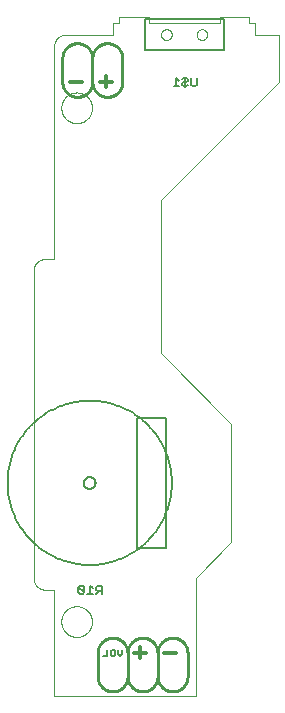
<source format=gbo>
G75*
%MOIN*%
%OFA0B0*%
%FSLAX25Y25*%
%IPPOS*%
%LPD*%
%AMOC8*
5,1,8,0,0,1.08239X$1,22.5*
%
%ADD10C,0.00000*%
%ADD11C,0.00039*%
%ADD12C,0.01000*%
%ADD13C,0.01400*%
%ADD14C,0.00600*%
%ADD15C,0.00800*%
%ADD16C,0.00500*%
D10*
X0021709Y0041556D02*
X0021709Y0143918D01*
X0021711Y0144042D01*
X0021717Y0144165D01*
X0021726Y0144289D01*
X0021740Y0144411D01*
X0021757Y0144534D01*
X0021779Y0144656D01*
X0021804Y0144777D01*
X0021833Y0144897D01*
X0021865Y0145016D01*
X0021902Y0145135D01*
X0021942Y0145252D01*
X0021985Y0145367D01*
X0022033Y0145482D01*
X0022084Y0145594D01*
X0022138Y0145705D01*
X0022196Y0145815D01*
X0022257Y0145922D01*
X0022322Y0146028D01*
X0022390Y0146131D01*
X0022461Y0146232D01*
X0022535Y0146331D01*
X0022612Y0146428D01*
X0022693Y0146522D01*
X0022776Y0146613D01*
X0022862Y0146702D01*
X0022951Y0146788D01*
X0023042Y0146871D01*
X0023136Y0146952D01*
X0023233Y0147029D01*
X0023332Y0147103D01*
X0023433Y0147174D01*
X0023536Y0147242D01*
X0023642Y0147307D01*
X0023749Y0147368D01*
X0023859Y0147426D01*
X0023970Y0147480D01*
X0024082Y0147531D01*
X0024197Y0147579D01*
X0024312Y0147622D01*
X0024429Y0147662D01*
X0024548Y0147699D01*
X0024667Y0147731D01*
X0024787Y0147760D01*
X0024908Y0147785D01*
X0025030Y0147807D01*
X0025153Y0147824D01*
X0025275Y0147838D01*
X0025399Y0147847D01*
X0025522Y0147853D01*
X0025646Y0147855D01*
X0028599Y0147855D01*
X0028599Y0218721D01*
X0028601Y0218845D01*
X0028607Y0218968D01*
X0028616Y0219092D01*
X0028630Y0219214D01*
X0028647Y0219337D01*
X0028669Y0219459D01*
X0028694Y0219580D01*
X0028723Y0219700D01*
X0028755Y0219819D01*
X0028792Y0219938D01*
X0028832Y0220055D01*
X0028875Y0220170D01*
X0028923Y0220285D01*
X0028974Y0220397D01*
X0029028Y0220508D01*
X0029086Y0220618D01*
X0029147Y0220725D01*
X0029212Y0220831D01*
X0029280Y0220934D01*
X0029351Y0221035D01*
X0029425Y0221134D01*
X0029502Y0221231D01*
X0029583Y0221325D01*
X0029666Y0221416D01*
X0029752Y0221505D01*
X0029841Y0221591D01*
X0029932Y0221674D01*
X0030026Y0221755D01*
X0030123Y0221832D01*
X0030222Y0221906D01*
X0030323Y0221977D01*
X0030426Y0222045D01*
X0030532Y0222110D01*
X0030639Y0222171D01*
X0030749Y0222229D01*
X0030860Y0222283D01*
X0030972Y0222334D01*
X0031087Y0222382D01*
X0031202Y0222425D01*
X0031319Y0222465D01*
X0031438Y0222502D01*
X0031557Y0222534D01*
X0031677Y0222563D01*
X0031798Y0222588D01*
X0031920Y0222610D01*
X0032043Y0222627D01*
X0032165Y0222641D01*
X0032289Y0222650D01*
X0032412Y0222656D01*
X0032536Y0222658D01*
X0048284Y0222658D01*
X0048284Y0226595D01*
X0050253Y0226595D01*
X0050253Y0228564D01*
X0060095Y0228564D01*
X0060095Y0226595D01*
X0083717Y0226595D01*
X0083717Y0228564D01*
X0093560Y0228564D01*
X0093560Y0226595D01*
X0095528Y0226595D01*
X0095528Y0222658D01*
X0103402Y0222658D01*
X0103402Y0206910D01*
X0064032Y0167540D01*
X0064032Y0116359D01*
X0087654Y0092737D01*
X0087654Y0053367D01*
X0075843Y0041556D01*
X0075843Y0002186D01*
X0028599Y0002186D01*
X0028599Y0037619D01*
X0025646Y0037619D01*
X0025522Y0037621D01*
X0025399Y0037627D01*
X0025275Y0037636D01*
X0025153Y0037650D01*
X0025030Y0037667D01*
X0024908Y0037689D01*
X0024787Y0037714D01*
X0024667Y0037743D01*
X0024548Y0037775D01*
X0024429Y0037812D01*
X0024312Y0037852D01*
X0024197Y0037895D01*
X0024082Y0037943D01*
X0023970Y0037994D01*
X0023859Y0038048D01*
X0023749Y0038106D01*
X0023642Y0038167D01*
X0023536Y0038232D01*
X0023433Y0038300D01*
X0023332Y0038371D01*
X0023233Y0038445D01*
X0023136Y0038522D01*
X0023042Y0038603D01*
X0022951Y0038686D01*
X0022862Y0038772D01*
X0022776Y0038861D01*
X0022693Y0038952D01*
X0022612Y0039046D01*
X0022535Y0039143D01*
X0022461Y0039242D01*
X0022390Y0039343D01*
X0022322Y0039446D01*
X0022257Y0039552D01*
X0022196Y0039659D01*
X0022138Y0039769D01*
X0022084Y0039880D01*
X0022033Y0039992D01*
X0021985Y0040107D01*
X0021942Y0040222D01*
X0021902Y0040339D01*
X0021865Y0040458D01*
X0021833Y0040577D01*
X0021804Y0040697D01*
X0021779Y0040818D01*
X0021757Y0040940D01*
X0021740Y0041063D01*
X0021726Y0041185D01*
X0021717Y0041309D01*
X0021711Y0041432D01*
X0021709Y0041556D01*
X0064229Y0222658D02*
X0064231Y0222742D01*
X0064237Y0222825D01*
X0064247Y0222908D01*
X0064261Y0222991D01*
X0064278Y0223073D01*
X0064300Y0223154D01*
X0064325Y0223233D01*
X0064354Y0223312D01*
X0064387Y0223389D01*
X0064423Y0223464D01*
X0064463Y0223538D01*
X0064506Y0223610D01*
X0064553Y0223679D01*
X0064603Y0223746D01*
X0064656Y0223811D01*
X0064712Y0223873D01*
X0064770Y0223933D01*
X0064832Y0223990D01*
X0064896Y0224043D01*
X0064963Y0224094D01*
X0065032Y0224141D01*
X0065103Y0224186D01*
X0065176Y0224226D01*
X0065251Y0224263D01*
X0065328Y0224297D01*
X0065406Y0224327D01*
X0065485Y0224353D01*
X0065566Y0224376D01*
X0065648Y0224394D01*
X0065730Y0224409D01*
X0065813Y0224420D01*
X0065896Y0224427D01*
X0065980Y0224430D01*
X0066064Y0224429D01*
X0066147Y0224424D01*
X0066231Y0224415D01*
X0066313Y0224402D01*
X0066395Y0224386D01*
X0066476Y0224365D01*
X0066557Y0224341D01*
X0066635Y0224313D01*
X0066713Y0224281D01*
X0066789Y0224245D01*
X0066863Y0224206D01*
X0066935Y0224164D01*
X0067005Y0224118D01*
X0067073Y0224069D01*
X0067138Y0224017D01*
X0067201Y0223962D01*
X0067261Y0223904D01*
X0067319Y0223843D01*
X0067373Y0223779D01*
X0067425Y0223713D01*
X0067473Y0223645D01*
X0067518Y0223574D01*
X0067559Y0223501D01*
X0067598Y0223427D01*
X0067632Y0223351D01*
X0067663Y0223273D01*
X0067690Y0223194D01*
X0067714Y0223113D01*
X0067733Y0223032D01*
X0067749Y0222950D01*
X0067761Y0222867D01*
X0067769Y0222783D01*
X0067773Y0222700D01*
X0067773Y0222616D01*
X0067769Y0222533D01*
X0067761Y0222449D01*
X0067749Y0222366D01*
X0067733Y0222284D01*
X0067714Y0222203D01*
X0067690Y0222122D01*
X0067663Y0222043D01*
X0067632Y0221965D01*
X0067598Y0221889D01*
X0067559Y0221815D01*
X0067518Y0221742D01*
X0067473Y0221671D01*
X0067425Y0221603D01*
X0067373Y0221537D01*
X0067319Y0221473D01*
X0067261Y0221412D01*
X0067201Y0221354D01*
X0067138Y0221299D01*
X0067073Y0221247D01*
X0067005Y0221198D01*
X0066935Y0221152D01*
X0066863Y0221110D01*
X0066789Y0221071D01*
X0066713Y0221035D01*
X0066635Y0221003D01*
X0066557Y0220975D01*
X0066476Y0220951D01*
X0066395Y0220930D01*
X0066313Y0220914D01*
X0066231Y0220901D01*
X0066147Y0220892D01*
X0066064Y0220887D01*
X0065980Y0220886D01*
X0065896Y0220889D01*
X0065813Y0220896D01*
X0065730Y0220907D01*
X0065648Y0220922D01*
X0065566Y0220940D01*
X0065485Y0220963D01*
X0065406Y0220989D01*
X0065328Y0221019D01*
X0065251Y0221053D01*
X0065176Y0221090D01*
X0065103Y0221130D01*
X0065032Y0221175D01*
X0064963Y0221222D01*
X0064896Y0221273D01*
X0064832Y0221326D01*
X0064770Y0221383D01*
X0064712Y0221443D01*
X0064656Y0221505D01*
X0064603Y0221570D01*
X0064553Y0221637D01*
X0064506Y0221706D01*
X0064463Y0221778D01*
X0064423Y0221852D01*
X0064387Y0221927D01*
X0064354Y0222004D01*
X0064325Y0222083D01*
X0064300Y0222162D01*
X0064278Y0222243D01*
X0064261Y0222325D01*
X0064247Y0222408D01*
X0064237Y0222491D01*
X0064231Y0222574D01*
X0064229Y0222658D01*
X0076040Y0222658D02*
X0076042Y0222742D01*
X0076048Y0222825D01*
X0076058Y0222908D01*
X0076072Y0222991D01*
X0076089Y0223073D01*
X0076111Y0223154D01*
X0076136Y0223233D01*
X0076165Y0223312D01*
X0076198Y0223389D01*
X0076234Y0223464D01*
X0076274Y0223538D01*
X0076317Y0223610D01*
X0076364Y0223679D01*
X0076414Y0223746D01*
X0076467Y0223811D01*
X0076523Y0223873D01*
X0076581Y0223933D01*
X0076643Y0223990D01*
X0076707Y0224043D01*
X0076774Y0224094D01*
X0076843Y0224141D01*
X0076914Y0224186D01*
X0076987Y0224226D01*
X0077062Y0224263D01*
X0077139Y0224297D01*
X0077217Y0224327D01*
X0077296Y0224353D01*
X0077377Y0224376D01*
X0077459Y0224394D01*
X0077541Y0224409D01*
X0077624Y0224420D01*
X0077707Y0224427D01*
X0077791Y0224430D01*
X0077875Y0224429D01*
X0077958Y0224424D01*
X0078042Y0224415D01*
X0078124Y0224402D01*
X0078206Y0224386D01*
X0078287Y0224365D01*
X0078368Y0224341D01*
X0078446Y0224313D01*
X0078524Y0224281D01*
X0078600Y0224245D01*
X0078674Y0224206D01*
X0078746Y0224164D01*
X0078816Y0224118D01*
X0078884Y0224069D01*
X0078949Y0224017D01*
X0079012Y0223962D01*
X0079072Y0223904D01*
X0079130Y0223843D01*
X0079184Y0223779D01*
X0079236Y0223713D01*
X0079284Y0223645D01*
X0079329Y0223574D01*
X0079370Y0223501D01*
X0079409Y0223427D01*
X0079443Y0223351D01*
X0079474Y0223273D01*
X0079501Y0223194D01*
X0079525Y0223113D01*
X0079544Y0223032D01*
X0079560Y0222950D01*
X0079572Y0222867D01*
X0079580Y0222783D01*
X0079584Y0222700D01*
X0079584Y0222616D01*
X0079580Y0222533D01*
X0079572Y0222449D01*
X0079560Y0222366D01*
X0079544Y0222284D01*
X0079525Y0222203D01*
X0079501Y0222122D01*
X0079474Y0222043D01*
X0079443Y0221965D01*
X0079409Y0221889D01*
X0079370Y0221815D01*
X0079329Y0221742D01*
X0079284Y0221671D01*
X0079236Y0221603D01*
X0079184Y0221537D01*
X0079130Y0221473D01*
X0079072Y0221412D01*
X0079012Y0221354D01*
X0078949Y0221299D01*
X0078884Y0221247D01*
X0078816Y0221198D01*
X0078746Y0221152D01*
X0078674Y0221110D01*
X0078600Y0221071D01*
X0078524Y0221035D01*
X0078446Y0221003D01*
X0078368Y0220975D01*
X0078287Y0220951D01*
X0078206Y0220930D01*
X0078124Y0220914D01*
X0078042Y0220901D01*
X0077958Y0220892D01*
X0077875Y0220887D01*
X0077791Y0220886D01*
X0077707Y0220889D01*
X0077624Y0220896D01*
X0077541Y0220907D01*
X0077459Y0220922D01*
X0077377Y0220940D01*
X0077296Y0220963D01*
X0077217Y0220989D01*
X0077139Y0221019D01*
X0077062Y0221053D01*
X0076987Y0221090D01*
X0076914Y0221130D01*
X0076843Y0221175D01*
X0076774Y0221222D01*
X0076707Y0221273D01*
X0076643Y0221326D01*
X0076581Y0221383D01*
X0076523Y0221443D01*
X0076467Y0221505D01*
X0076414Y0221570D01*
X0076364Y0221637D01*
X0076317Y0221706D01*
X0076274Y0221778D01*
X0076234Y0221852D01*
X0076198Y0221927D01*
X0076165Y0222004D01*
X0076136Y0222083D01*
X0076111Y0222162D01*
X0076089Y0222243D01*
X0076072Y0222325D01*
X0076058Y0222408D01*
X0076048Y0222491D01*
X0076042Y0222574D01*
X0076040Y0222658D01*
D11*
X0030961Y0198249D02*
X0030963Y0198392D01*
X0030969Y0198535D01*
X0030979Y0198677D01*
X0030993Y0198819D01*
X0031011Y0198961D01*
X0031033Y0199103D01*
X0031058Y0199243D01*
X0031088Y0199383D01*
X0031122Y0199522D01*
X0031159Y0199660D01*
X0031201Y0199797D01*
X0031246Y0199932D01*
X0031295Y0200066D01*
X0031347Y0200199D01*
X0031403Y0200331D01*
X0031463Y0200460D01*
X0031527Y0200588D01*
X0031594Y0200715D01*
X0031665Y0200839D01*
X0031739Y0200961D01*
X0031816Y0201081D01*
X0031897Y0201199D01*
X0031981Y0201315D01*
X0032068Y0201428D01*
X0032158Y0201539D01*
X0032252Y0201647D01*
X0032348Y0201753D01*
X0032447Y0201855D01*
X0032550Y0201955D01*
X0032654Y0202052D01*
X0032762Y0202147D01*
X0032872Y0202238D01*
X0032985Y0202326D01*
X0033100Y0202410D01*
X0033217Y0202492D01*
X0033337Y0202570D01*
X0033458Y0202645D01*
X0033582Y0202717D01*
X0033708Y0202785D01*
X0033835Y0202849D01*
X0033965Y0202910D01*
X0034096Y0202967D01*
X0034228Y0203021D01*
X0034362Y0203070D01*
X0034497Y0203117D01*
X0034634Y0203159D01*
X0034772Y0203197D01*
X0034910Y0203232D01*
X0035050Y0203262D01*
X0035190Y0203289D01*
X0035331Y0203312D01*
X0035473Y0203331D01*
X0035615Y0203346D01*
X0035758Y0203357D01*
X0035900Y0203364D01*
X0036043Y0203367D01*
X0036186Y0203366D01*
X0036329Y0203361D01*
X0036472Y0203352D01*
X0036614Y0203339D01*
X0036756Y0203322D01*
X0036897Y0203301D01*
X0037038Y0203276D01*
X0037178Y0203248D01*
X0037317Y0203215D01*
X0037455Y0203178D01*
X0037592Y0203138D01*
X0037728Y0203094D01*
X0037863Y0203046D01*
X0037996Y0202994D01*
X0038128Y0202939D01*
X0038258Y0202880D01*
X0038387Y0202817D01*
X0038513Y0202751D01*
X0038638Y0202681D01*
X0038761Y0202608D01*
X0038881Y0202532D01*
X0039000Y0202452D01*
X0039116Y0202368D01*
X0039230Y0202282D01*
X0039341Y0202192D01*
X0039450Y0202100D01*
X0039556Y0202004D01*
X0039660Y0201906D01*
X0039761Y0201804D01*
X0039858Y0201700D01*
X0039953Y0201593D01*
X0040045Y0201484D01*
X0040134Y0201372D01*
X0040220Y0201257D01*
X0040302Y0201141D01*
X0040381Y0201021D01*
X0040457Y0200900D01*
X0040529Y0200777D01*
X0040598Y0200652D01*
X0040663Y0200525D01*
X0040725Y0200396D01*
X0040783Y0200265D01*
X0040838Y0200133D01*
X0040888Y0199999D01*
X0040935Y0199864D01*
X0040979Y0199728D01*
X0041018Y0199591D01*
X0041053Y0199452D01*
X0041085Y0199313D01*
X0041113Y0199173D01*
X0041137Y0199032D01*
X0041157Y0198890D01*
X0041173Y0198748D01*
X0041185Y0198606D01*
X0041193Y0198463D01*
X0041197Y0198320D01*
X0041197Y0198178D01*
X0041193Y0198035D01*
X0041185Y0197892D01*
X0041173Y0197750D01*
X0041157Y0197608D01*
X0041137Y0197466D01*
X0041113Y0197325D01*
X0041085Y0197185D01*
X0041053Y0197046D01*
X0041018Y0196907D01*
X0040979Y0196770D01*
X0040935Y0196634D01*
X0040888Y0196499D01*
X0040838Y0196365D01*
X0040783Y0196233D01*
X0040725Y0196102D01*
X0040663Y0195973D01*
X0040598Y0195846D01*
X0040529Y0195721D01*
X0040457Y0195598D01*
X0040381Y0195477D01*
X0040302Y0195357D01*
X0040220Y0195241D01*
X0040134Y0195126D01*
X0040045Y0195014D01*
X0039953Y0194905D01*
X0039858Y0194798D01*
X0039761Y0194694D01*
X0039660Y0194592D01*
X0039556Y0194494D01*
X0039450Y0194398D01*
X0039341Y0194306D01*
X0039230Y0194216D01*
X0039116Y0194130D01*
X0039000Y0194046D01*
X0038881Y0193966D01*
X0038761Y0193890D01*
X0038638Y0193817D01*
X0038513Y0193747D01*
X0038387Y0193681D01*
X0038258Y0193618D01*
X0038128Y0193559D01*
X0037996Y0193504D01*
X0037863Y0193452D01*
X0037728Y0193404D01*
X0037592Y0193360D01*
X0037455Y0193320D01*
X0037317Y0193283D01*
X0037178Y0193250D01*
X0037038Y0193222D01*
X0036897Y0193197D01*
X0036756Y0193176D01*
X0036614Y0193159D01*
X0036472Y0193146D01*
X0036329Y0193137D01*
X0036186Y0193132D01*
X0036043Y0193131D01*
X0035900Y0193134D01*
X0035758Y0193141D01*
X0035615Y0193152D01*
X0035473Y0193167D01*
X0035331Y0193186D01*
X0035190Y0193209D01*
X0035050Y0193236D01*
X0034910Y0193266D01*
X0034772Y0193301D01*
X0034634Y0193339D01*
X0034497Y0193381D01*
X0034362Y0193428D01*
X0034228Y0193477D01*
X0034096Y0193531D01*
X0033965Y0193588D01*
X0033835Y0193649D01*
X0033708Y0193713D01*
X0033582Y0193781D01*
X0033458Y0193853D01*
X0033337Y0193928D01*
X0033217Y0194006D01*
X0033100Y0194088D01*
X0032985Y0194172D01*
X0032872Y0194260D01*
X0032762Y0194351D01*
X0032654Y0194446D01*
X0032550Y0194543D01*
X0032447Y0194643D01*
X0032348Y0194745D01*
X0032252Y0194851D01*
X0032158Y0194959D01*
X0032068Y0195070D01*
X0031981Y0195183D01*
X0031897Y0195299D01*
X0031816Y0195417D01*
X0031739Y0195537D01*
X0031665Y0195659D01*
X0031594Y0195783D01*
X0031527Y0195910D01*
X0031463Y0196038D01*
X0031403Y0196167D01*
X0031347Y0196299D01*
X0031295Y0196432D01*
X0031246Y0196566D01*
X0031201Y0196701D01*
X0031159Y0196838D01*
X0031122Y0196976D01*
X0031088Y0197115D01*
X0031058Y0197255D01*
X0031033Y0197395D01*
X0031011Y0197537D01*
X0030993Y0197679D01*
X0030979Y0197821D01*
X0030969Y0197963D01*
X0030963Y0198106D01*
X0030961Y0198249D01*
X0030961Y0026989D02*
X0030963Y0027132D01*
X0030969Y0027275D01*
X0030979Y0027417D01*
X0030993Y0027559D01*
X0031011Y0027701D01*
X0031033Y0027843D01*
X0031058Y0027983D01*
X0031088Y0028123D01*
X0031122Y0028262D01*
X0031159Y0028400D01*
X0031201Y0028537D01*
X0031246Y0028672D01*
X0031295Y0028806D01*
X0031347Y0028939D01*
X0031403Y0029071D01*
X0031463Y0029200D01*
X0031527Y0029328D01*
X0031594Y0029455D01*
X0031665Y0029579D01*
X0031739Y0029701D01*
X0031816Y0029821D01*
X0031897Y0029939D01*
X0031981Y0030055D01*
X0032068Y0030168D01*
X0032158Y0030279D01*
X0032252Y0030387D01*
X0032348Y0030493D01*
X0032447Y0030595D01*
X0032550Y0030695D01*
X0032654Y0030792D01*
X0032762Y0030887D01*
X0032872Y0030978D01*
X0032985Y0031066D01*
X0033100Y0031150D01*
X0033217Y0031232D01*
X0033337Y0031310D01*
X0033458Y0031385D01*
X0033582Y0031457D01*
X0033708Y0031525D01*
X0033835Y0031589D01*
X0033965Y0031650D01*
X0034096Y0031707D01*
X0034228Y0031761D01*
X0034362Y0031810D01*
X0034497Y0031857D01*
X0034634Y0031899D01*
X0034772Y0031937D01*
X0034910Y0031972D01*
X0035050Y0032002D01*
X0035190Y0032029D01*
X0035331Y0032052D01*
X0035473Y0032071D01*
X0035615Y0032086D01*
X0035758Y0032097D01*
X0035900Y0032104D01*
X0036043Y0032107D01*
X0036186Y0032106D01*
X0036329Y0032101D01*
X0036472Y0032092D01*
X0036614Y0032079D01*
X0036756Y0032062D01*
X0036897Y0032041D01*
X0037038Y0032016D01*
X0037178Y0031988D01*
X0037317Y0031955D01*
X0037455Y0031918D01*
X0037592Y0031878D01*
X0037728Y0031834D01*
X0037863Y0031786D01*
X0037996Y0031734D01*
X0038128Y0031679D01*
X0038258Y0031620D01*
X0038387Y0031557D01*
X0038513Y0031491D01*
X0038638Y0031421D01*
X0038761Y0031348D01*
X0038881Y0031272D01*
X0039000Y0031192D01*
X0039116Y0031108D01*
X0039230Y0031022D01*
X0039341Y0030932D01*
X0039450Y0030840D01*
X0039556Y0030744D01*
X0039660Y0030646D01*
X0039761Y0030544D01*
X0039858Y0030440D01*
X0039953Y0030333D01*
X0040045Y0030224D01*
X0040134Y0030112D01*
X0040220Y0029997D01*
X0040302Y0029881D01*
X0040381Y0029761D01*
X0040457Y0029640D01*
X0040529Y0029517D01*
X0040598Y0029392D01*
X0040663Y0029265D01*
X0040725Y0029136D01*
X0040783Y0029005D01*
X0040838Y0028873D01*
X0040888Y0028739D01*
X0040935Y0028604D01*
X0040979Y0028468D01*
X0041018Y0028331D01*
X0041053Y0028192D01*
X0041085Y0028053D01*
X0041113Y0027913D01*
X0041137Y0027772D01*
X0041157Y0027630D01*
X0041173Y0027488D01*
X0041185Y0027346D01*
X0041193Y0027203D01*
X0041197Y0027060D01*
X0041197Y0026918D01*
X0041193Y0026775D01*
X0041185Y0026632D01*
X0041173Y0026490D01*
X0041157Y0026348D01*
X0041137Y0026206D01*
X0041113Y0026065D01*
X0041085Y0025925D01*
X0041053Y0025786D01*
X0041018Y0025647D01*
X0040979Y0025510D01*
X0040935Y0025374D01*
X0040888Y0025239D01*
X0040838Y0025105D01*
X0040783Y0024973D01*
X0040725Y0024842D01*
X0040663Y0024713D01*
X0040598Y0024586D01*
X0040529Y0024461D01*
X0040457Y0024338D01*
X0040381Y0024217D01*
X0040302Y0024097D01*
X0040220Y0023981D01*
X0040134Y0023866D01*
X0040045Y0023754D01*
X0039953Y0023645D01*
X0039858Y0023538D01*
X0039761Y0023434D01*
X0039660Y0023332D01*
X0039556Y0023234D01*
X0039450Y0023138D01*
X0039341Y0023046D01*
X0039230Y0022956D01*
X0039116Y0022870D01*
X0039000Y0022786D01*
X0038881Y0022706D01*
X0038761Y0022630D01*
X0038638Y0022557D01*
X0038513Y0022487D01*
X0038387Y0022421D01*
X0038258Y0022358D01*
X0038128Y0022299D01*
X0037996Y0022244D01*
X0037863Y0022192D01*
X0037728Y0022144D01*
X0037592Y0022100D01*
X0037455Y0022060D01*
X0037317Y0022023D01*
X0037178Y0021990D01*
X0037038Y0021962D01*
X0036897Y0021937D01*
X0036756Y0021916D01*
X0036614Y0021899D01*
X0036472Y0021886D01*
X0036329Y0021877D01*
X0036186Y0021872D01*
X0036043Y0021871D01*
X0035900Y0021874D01*
X0035758Y0021881D01*
X0035615Y0021892D01*
X0035473Y0021907D01*
X0035331Y0021926D01*
X0035190Y0021949D01*
X0035050Y0021976D01*
X0034910Y0022006D01*
X0034772Y0022041D01*
X0034634Y0022079D01*
X0034497Y0022121D01*
X0034362Y0022168D01*
X0034228Y0022217D01*
X0034096Y0022271D01*
X0033965Y0022328D01*
X0033835Y0022389D01*
X0033708Y0022453D01*
X0033582Y0022521D01*
X0033458Y0022593D01*
X0033337Y0022668D01*
X0033217Y0022746D01*
X0033100Y0022828D01*
X0032985Y0022912D01*
X0032872Y0023000D01*
X0032762Y0023091D01*
X0032654Y0023186D01*
X0032550Y0023283D01*
X0032447Y0023383D01*
X0032348Y0023485D01*
X0032252Y0023591D01*
X0032158Y0023699D01*
X0032068Y0023810D01*
X0031981Y0023923D01*
X0031897Y0024039D01*
X0031816Y0024157D01*
X0031739Y0024277D01*
X0031665Y0024399D01*
X0031594Y0024523D01*
X0031527Y0024650D01*
X0031463Y0024778D01*
X0031403Y0024907D01*
X0031347Y0025039D01*
X0031295Y0025172D01*
X0031246Y0025306D01*
X0031201Y0025441D01*
X0031159Y0025578D01*
X0031122Y0025716D01*
X0031088Y0025855D01*
X0031058Y0025995D01*
X0031033Y0026135D01*
X0031011Y0026277D01*
X0030993Y0026419D01*
X0030979Y0026561D01*
X0030969Y0026703D01*
X0030963Y0026846D01*
X0030961Y0026989D01*
D12*
X0043048Y0016595D02*
X0043048Y0008721D01*
X0043050Y0008581D01*
X0043056Y0008441D01*
X0043066Y0008301D01*
X0043079Y0008161D01*
X0043097Y0008022D01*
X0043119Y0007883D01*
X0043144Y0007746D01*
X0043173Y0007608D01*
X0043206Y0007472D01*
X0043243Y0007337D01*
X0043284Y0007203D01*
X0043329Y0007070D01*
X0043377Y0006938D01*
X0043429Y0006808D01*
X0043484Y0006679D01*
X0043543Y0006552D01*
X0043606Y0006426D01*
X0043672Y0006302D01*
X0043741Y0006181D01*
X0043814Y0006061D01*
X0043891Y0005943D01*
X0043970Y0005828D01*
X0044053Y0005714D01*
X0044139Y0005604D01*
X0044228Y0005495D01*
X0044320Y0005389D01*
X0044415Y0005286D01*
X0044512Y0005185D01*
X0044613Y0005088D01*
X0044716Y0004993D01*
X0044822Y0004901D01*
X0044931Y0004812D01*
X0045041Y0004726D01*
X0045155Y0004643D01*
X0045270Y0004564D01*
X0045388Y0004487D01*
X0045508Y0004414D01*
X0045629Y0004345D01*
X0045753Y0004279D01*
X0045879Y0004216D01*
X0046006Y0004157D01*
X0046135Y0004102D01*
X0046265Y0004050D01*
X0046397Y0004002D01*
X0046530Y0003957D01*
X0046664Y0003916D01*
X0046799Y0003879D01*
X0046935Y0003846D01*
X0047073Y0003817D01*
X0047210Y0003792D01*
X0047349Y0003770D01*
X0047488Y0003752D01*
X0047628Y0003739D01*
X0047768Y0003729D01*
X0047908Y0003723D01*
X0048048Y0003721D01*
X0048188Y0003723D01*
X0048328Y0003729D01*
X0048468Y0003739D01*
X0048608Y0003752D01*
X0048747Y0003770D01*
X0048886Y0003792D01*
X0049023Y0003817D01*
X0049161Y0003846D01*
X0049297Y0003879D01*
X0049432Y0003916D01*
X0049566Y0003957D01*
X0049699Y0004002D01*
X0049831Y0004050D01*
X0049961Y0004102D01*
X0050090Y0004157D01*
X0050217Y0004216D01*
X0050343Y0004279D01*
X0050467Y0004345D01*
X0050588Y0004414D01*
X0050708Y0004487D01*
X0050826Y0004564D01*
X0050941Y0004643D01*
X0051055Y0004726D01*
X0051165Y0004812D01*
X0051274Y0004901D01*
X0051380Y0004993D01*
X0051483Y0005088D01*
X0051584Y0005185D01*
X0051681Y0005286D01*
X0051776Y0005389D01*
X0051868Y0005495D01*
X0051957Y0005604D01*
X0052043Y0005714D01*
X0052126Y0005828D01*
X0052205Y0005943D01*
X0052282Y0006061D01*
X0052355Y0006181D01*
X0052424Y0006302D01*
X0052490Y0006426D01*
X0052553Y0006552D01*
X0052612Y0006679D01*
X0052667Y0006808D01*
X0052719Y0006938D01*
X0052767Y0007070D01*
X0052812Y0007203D01*
X0052853Y0007337D01*
X0052890Y0007472D01*
X0052923Y0007608D01*
X0052952Y0007746D01*
X0052977Y0007883D01*
X0052999Y0008022D01*
X0053017Y0008161D01*
X0053030Y0008301D01*
X0053040Y0008441D01*
X0053046Y0008581D01*
X0053048Y0008721D01*
X0053048Y0016595D01*
X0053050Y0016735D01*
X0053056Y0016875D01*
X0053066Y0017015D01*
X0053079Y0017155D01*
X0053097Y0017294D01*
X0053119Y0017433D01*
X0053144Y0017570D01*
X0053173Y0017708D01*
X0053206Y0017844D01*
X0053243Y0017979D01*
X0053284Y0018113D01*
X0053329Y0018246D01*
X0053377Y0018378D01*
X0053429Y0018508D01*
X0053484Y0018637D01*
X0053543Y0018764D01*
X0053606Y0018890D01*
X0053672Y0019014D01*
X0053741Y0019135D01*
X0053814Y0019255D01*
X0053891Y0019373D01*
X0053970Y0019488D01*
X0054053Y0019602D01*
X0054139Y0019712D01*
X0054228Y0019821D01*
X0054320Y0019927D01*
X0054415Y0020030D01*
X0054512Y0020131D01*
X0054613Y0020228D01*
X0054716Y0020323D01*
X0054822Y0020415D01*
X0054931Y0020504D01*
X0055041Y0020590D01*
X0055155Y0020673D01*
X0055270Y0020752D01*
X0055388Y0020829D01*
X0055508Y0020902D01*
X0055629Y0020971D01*
X0055753Y0021037D01*
X0055879Y0021100D01*
X0056006Y0021159D01*
X0056135Y0021214D01*
X0056265Y0021266D01*
X0056397Y0021314D01*
X0056530Y0021359D01*
X0056664Y0021400D01*
X0056799Y0021437D01*
X0056935Y0021470D01*
X0057073Y0021499D01*
X0057210Y0021524D01*
X0057349Y0021546D01*
X0057488Y0021564D01*
X0057628Y0021577D01*
X0057768Y0021587D01*
X0057908Y0021593D01*
X0058048Y0021595D01*
X0058188Y0021593D01*
X0058328Y0021587D01*
X0058468Y0021577D01*
X0058608Y0021564D01*
X0058747Y0021546D01*
X0058886Y0021524D01*
X0059023Y0021499D01*
X0059161Y0021470D01*
X0059297Y0021437D01*
X0059432Y0021400D01*
X0059566Y0021359D01*
X0059699Y0021314D01*
X0059831Y0021266D01*
X0059961Y0021214D01*
X0060090Y0021159D01*
X0060217Y0021100D01*
X0060343Y0021037D01*
X0060467Y0020971D01*
X0060588Y0020902D01*
X0060708Y0020829D01*
X0060826Y0020752D01*
X0060941Y0020673D01*
X0061055Y0020590D01*
X0061165Y0020504D01*
X0061274Y0020415D01*
X0061380Y0020323D01*
X0061483Y0020228D01*
X0061584Y0020131D01*
X0061681Y0020030D01*
X0061776Y0019927D01*
X0061868Y0019821D01*
X0061957Y0019712D01*
X0062043Y0019602D01*
X0062126Y0019488D01*
X0062205Y0019373D01*
X0062282Y0019255D01*
X0062355Y0019135D01*
X0062424Y0019014D01*
X0062490Y0018890D01*
X0062553Y0018764D01*
X0062612Y0018637D01*
X0062667Y0018508D01*
X0062719Y0018378D01*
X0062767Y0018246D01*
X0062812Y0018113D01*
X0062853Y0017979D01*
X0062890Y0017844D01*
X0062923Y0017708D01*
X0062952Y0017570D01*
X0062977Y0017433D01*
X0062999Y0017294D01*
X0063017Y0017155D01*
X0063030Y0017015D01*
X0063040Y0016875D01*
X0063046Y0016735D01*
X0063048Y0016595D01*
X0063048Y0008721D01*
X0063050Y0008581D01*
X0063056Y0008441D01*
X0063066Y0008301D01*
X0063079Y0008161D01*
X0063097Y0008022D01*
X0063119Y0007883D01*
X0063144Y0007746D01*
X0063173Y0007608D01*
X0063206Y0007472D01*
X0063243Y0007337D01*
X0063284Y0007203D01*
X0063329Y0007070D01*
X0063377Y0006938D01*
X0063429Y0006808D01*
X0063484Y0006679D01*
X0063543Y0006552D01*
X0063606Y0006426D01*
X0063672Y0006302D01*
X0063741Y0006181D01*
X0063814Y0006061D01*
X0063891Y0005943D01*
X0063970Y0005828D01*
X0064053Y0005714D01*
X0064139Y0005604D01*
X0064228Y0005495D01*
X0064320Y0005389D01*
X0064415Y0005286D01*
X0064512Y0005185D01*
X0064613Y0005088D01*
X0064716Y0004993D01*
X0064822Y0004901D01*
X0064931Y0004812D01*
X0065041Y0004726D01*
X0065155Y0004643D01*
X0065270Y0004564D01*
X0065388Y0004487D01*
X0065508Y0004414D01*
X0065629Y0004345D01*
X0065753Y0004279D01*
X0065879Y0004216D01*
X0066006Y0004157D01*
X0066135Y0004102D01*
X0066265Y0004050D01*
X0066397Y0004002D01*
X0066530Y0003957D01*
X0066664Y0003916D01*
X0066799Y0003879D01*
X0066935Y0003846D01*
X0067073Y0003817D01*
X0067210Y0003792D01*
X0067349Y0003770D01*
X0067488Y0003752D01*
X0067628Y0003739D01*
X0067768Y0003729D01*
X0067908Y0003723D01*
X0068048Y0003721D01*
X0068188Y0003723D01*
X0068328Y0003729D01*
X0068468Y0003739D01*
X0068608Y0003752D01*
X0068747Y0003770D01*
X0068886Y0003792D01*
X0069023Y0003817D01*
X0069161Y0003846D01*
X0069297Y0003879D01*
X0069432Y0003916D01*
X0069566Y0003957D01*
X0069699Y0004002D01*
X0069831Y0004050D01*
X0069961Y0004102D01*
X0070090Y0004157D01*
X0070217Y0004216D01*
X0070343Y0004279D01*
X0070467Y0004345D01*
X0070588Y0004414D01*
X0070708Y0004487D01*
X0070826Y0004564D01*
X0070941Y0004643D01*
X0071055Y0004726D01*
X0071165Y0004812D01*
X0071274Y0004901D01*
X0071380Y0004993D01*
X0071483Y0005088D01*
X0071584Y0005185D01*
X0071681Y0005286D01*
X0071776Y0005389D01*
X0071868Y0005495D01*
X0071957Y0005604D01*
X0072043Y0005714D01*
X0072126Y0005828D01*
X0072205Y0005943D01*
X0072282Y0006061D01*
X0072355Y0006181D01*
X0072424Y0006302D01*
X0072490Y0006426D01*
X0072553Y0006552D01*
X0072612Y0006679D01*
X0072667Y0006808D01*
X0072719Y0006938D01*
X0072767Y0007070D01*
X0072812Y0007203D01*
X0072853Y0007337D01*
X0072890Y0007472D01*
X0072923Y0007608D01*
X0072952Y0007746D01*
X0072977Y0007883D01*
X0072999Y0008022D01*
X0073017Y0008161D01*
X0073030Y0008301D01*
X0073040Y0008441D01*
X0073046Y0008581D01*
X0073048Y0008721D01*
X0073048Y0016595D01*
X0073046Y0016735D01*
X0073040Y0016875D01*
X0073030Y0017015D01*
X0073017Y0017155D01*
X0072999Y0017294D01*
X0072977Y0017433D01*
X0072952Y0017570D01*
X0072923Y0017708D01*
X0072890Y0017844D01*
X0072853Y0017979D01*
X0072812Y0018113D01*
X0072767Y0018246D01*
X0072719Y0018378D01*
X0072667Y0018508D01*
X0072612Y0018637D01*
X0072553Y0018764D01*
X0072490Y0018890D01*
X0072424Y0019014D01*
X0072355Y0019135D01*
X0072282Y0019255D01*
X0072205Y0019373D01*
X0072126Y0019488D01*
X0072043Y0019602D01*
X0071957Y0019712D01*
X0071868Y0019821D01*
X0071776Y0019927D01*
X0071681Y0020030D01*
X0071584Y0020131D01*
X0071483Y0020228D01*
X0071380Y0020323D01*
X0071274Y0020415D01*
X0071165Y0020504D01*
X0071055Y0020590D01*
X0070941Y0020673D01*
X0070826Y0020752D01*
X0070708Y0020829D01*
X0070588Y0020902D01*
X0070467Y0020971D01*
X0070343Y0021037D01*
X0070217Y0021100D01*
X0070090Y0021159D01*
X0069961Y0021214D01*
X0069831Y0021266D01*
X0069699Y0021314D01*
X0069566Y0021359D01*
X0069432Y0021400D01*
X0069297Y0021437D01*
X0069161Y0021470D01*
X0069023Y0021499D01*
X0068886Y0021524D01*
X0068747Y0021546D01*
X0068608Y0021564D01*
X0068468Y0021577D01*
X0068328Y0021587D01*
X0068188Y0021593D01*
X0068048Y0021595D01*
X0067908Y0021593D01*
X0067768Y0021587D01*
X0067628Y0021577D01*
X0067488Y0021564D01*
X0067349Y0021546D01*
X0067210Y0021524D01*
X0067073Y0021499D01*
X0066935Y0021470D01*
X0066799Y0021437D01*
X0066664Y0021400D01*
X0066530Y0021359D01*
X0066397Y0021314D01*
X0066265Y0021266D01*
X0066135Y0021214D01*
X0066006Y0021159D01*
X0065879Y0021100D01*
X0065753Y0021037D01*
X0065629Y0020971D01*
X0065508Y0020902D01*
X0065388Y0020829D01*
X0065270Y0020752D01*
X0065155Y0020673D01*
X0065041Y0020590D01*
X0064931Y0020504D01*
X0064822Y0020415D01*
X0064716Y0020323D01*
X0064613Y0020228D01*
X0064512Y0020131D01*
X0064415Y0020030D01*
X0064320Y0019927D01*
X0064228Y0019821D01*
X0064139Y0019712D01*
X0064053Y0019602D01*
X0063970Y0019488D01*
X0063891Y0019373D01*
X0063814Y0019255D01*
X0063741Y0019135D01*
X0063672Y0019014D01*
X0063606Y0018890D01*
X0063543Y0018764D01*
X0063484Y0018637D01*
X0063429Y0018508D01*
X0063377Y0018378D01*
X0063329Y0018246D01*
X0063284Y0018113D01*
X0063243Y0017979D01*
X0063206Y0017844D01*
X0063173Y0017708D01*
X0063144Y0017570D01*
X0063119Y0017433D01*
X0063097Y0017294D01*
X0063079Y0017155D01*
X0063066Y0017015D01*
X0063056Y0016875D01*
X0063050Y0016735D01*
X0063048Y0016595D01*
X0063048Y0008721D02*
X0063046Y0008581D01*
X0063040Y0008441D01*
X0063030Y0008301D01*
X0063017Y0008161D01*
X0062999Y0008022D01*
X0062977Y0007883D01*
X0062952Y0007746D01*
X0062923Y0007608D01*
X0062890Y0007472D01*
X0062853Y0007337D01*
X0062812Y0007203D01*
X0062767Y0007070D01*
X0062719Y0006938D01*
X0062667Y0006808D01*
X0062612Y0006679D01*
X0062553Y0006552D01*
X0062490Y0006426D01*
X0062424Y0006302D01*
X0062355Y0006181D01*
X0062282Y0006061D01*
X0062205Y0005943D01*
X0062126Y0005828D01*
X0062043Y0005714D01*
X0061957Y0005604D01*
X0061868Y0005495D01*
X0061776Y0005389D01*
X0061681Y0005286D01*
X0061584Y0005185D01*
X0061483Y0005088D01*
X0061380Y0004993D01*
X0061274Y0004901D01*
X0061165Y0004812D01*
X0061055Y0004726D01*
X0060941Y0004643D01*
X0060826Y0004564D01*
X0060708Y0004487D01*
X0060588Y0004414D01*
X0060467Y0004345D01*
X0060343Y0004279D01*
X0060217Y0004216D01*
X0060090Y0004157D01*
X0059961Y0004102D01*
X0059831Y0004050D01*
X0059699Y0004002D01*
X0059566Y0003957D01*
X0059432Y0003916D01*
X0059297Y0003879D01*
X0059161Y0003846D01*
X0059023Y0003817D01*
X0058886Y0003792D01*
X0058747Y0003770D01*
X0058608Y0003752D01*
X0058468Y0003739D01*
X0058328Y0003729D01*
X0058188Y0003723D01*
X0058048Y0003721D01*
X0057908Y0003723D01*
X0057768Y0003729D01*
X0057628Y0003739D01*
X0057488Y0003752D01*
X0057349Y0003770D01*
X0057210Y0003792D01*
X0057073Y0003817D01*
X0056935Y0003846D01*
X0056799Y0003879D01*
X0056664Y0003916D01*
X0056530Y0003957D01*
X0056397Y0004002D01*
X0056265Y0004050D01*
X0056135Y0004102D01*
X0056006Y0004157D01*
X0055879Y0004216D01*
X0055753Y0004279D01*
X0055629Y0004345D01*
X0055508Y0004414D01*
X0055388Y0004487D01*
X0055270Y0004564D01*
X0055155Y0004643D01*
X0055041Y0004726D01*
X0054931Y0004812D01*
X0054822Y0004901D01*
X0054716Y0004993D01*
X0054613Y0005088D01*
X0054512Y0005185D01*
X0054415Y0005286D01*
X0054320Y0005389D01*
X0054228Y0005495D01*
X0054139Y0005604D01*
X0054053Y0005714D01*
X0053970Y0005828D01*
X0053891Y0005943D01*
X0053814Y0006061D01*
X0053741Y0006181D01*
X0053672Y0006302D01*
X0053606Y0006426D01*
X0053543Y0006552D01*
X0053484Y0006679D01*
X0053429Y0006808D01*
X0053377Y0006938D01*
X0053329Y0007070D01*
X0053284Y0007203D01*
X0053243Y0007337D01*
X0053206Y0007472D01*
X0053173Y0007608D01*
X0053144Y0007746D01*
X0053119Y0007883D01*
X0053097Y0008022D01*
X0053079Y0008161D01*
X0053066Y0008301D01*
X0053056Y0008441D01*
X0053050Y0008581D01*
X0053048Y0008721D01*
X0053048Y0016595D02*
X0053046Y0016735D01*
X0053040Y0016875D01*
X0053030Y0017015D01*
X0053017Y0017155D01*
X0052999Y0017294D01*
X0052977Y0017433D01*
X0052952Y0017570D01*
X0052923Y0017708D01*
X0052890Y0017844D01*
X0052853Y0017979D01*
X0052812Y0018113D01*
X0052767Y0018246D01*
X0052719Y0018378D01*
X0052667Y0018508D01*
X0052612Y0018637D01*
X0052553Y0018764D01*
X0052490Y0018890D01*
X0052424Y0019014D01*
X0052355Y0019135D01*
X0052282Y0019255D01*
X0052205Y0019373D01*
X0052126Y0019488D01*
X0052043Y0019602D01*
X0051957Y0019712D01*
X0051868Y0019821D01*
X0051776Y0019927D01*
X0051681Y0020030D01*
X0051584Y0020131D01*
X0051483Y0020228D01*
X0051380Y0020323D01*
X0051274Y0020415D01*
X0051165Y0020504D01*
X0051055Y0020590D01*
X0050941Y0020673D01*
X0050826Y0020752D01*
X0050708Y0020829D01*
X0050588Y0020902D01*
X0050467Y0020971D01*
X0050343Y0021037D01*
X0050217Y0021100D01*
X0050090Y0021159D01*
X0049961Y0021214D01*
X0049831Y0021266D01*
X0049699Y0021314D01*
X0049566Y0021359D01*
X0049432Y0021400D01*
X0049297Y0021437D01*
X0049161Y0021470D01*
X0049023Y0021499D01*
X0048886Y0021524D01*
X0048747Y0021546D01*
X0048608Y0021564D01*
X0048468Y0021577D01*
X0048328Y0021587D01*
X0048188Y0021593D01*
X0048048Y0021595D01*
X0047908Y0021593D01*
X0047768Y0021587D01*
X0047628Y0021577D01*
X0047488Y0021564D01*
X0047349Y0021546D01*
X0047210Y0021524D01*
X0047073Y0021499D01*
X0046935Y0021470D01*
X0046799Y0021437D01*
X0046664Y0021400D01*
X0046530Y0021359D01*
X0046397Y0021314D01*
X0046265Y0021266D01*
X0046135Y0021214D01*
X0046006Y0021159D01*
X0045879Y0021100D01*
X0045753Y0021037D01*
X0045629Y0020971D01*
X0045508Y0020902D01*
X0045388Y0020829D01*
X0045270Y0020752D01*
X0045155Y0020673D01*
X0045041Y0020590D01*
X0044931Y0020504D01*
X0044822Y0020415D01*
X0044716Y0020323D01*
X0044613Y0020228D01*
X0044512Y0020131D01*
X0044415Y0020030D01*
X0044320Y0019927D01*
X0044228Y0019821D01*
X0044139Y0019712D01*
X0044053Y0019602D01*
X0043970Y0019488D01*
X0043891Y0019373D01*
X0043814Y0019255D01*
X0043741Y0019135D01*
X0043672Y0019014D01*
X0043606Y0018890D01*
X0043543Y0018764D01*
X0043484Y0018637D01*
X0043429Y0018508D01*
X0043377Y0018378D01*
X0043329Y0018246D01*
X0043284Y0018113D01*
X0043243Y0017979D01*
X0043206Y0017844D01*
X0043173Y0017708D01*
X0043144Y0017570D01*
X0043119Y0017433D01*
X0043097Y0017294D01*
X0043079Y0017155D01*
X0043066Y0017015D01*
X0043056Y0016875D01*
X0043050Y0016735D01*
X0043048Y0016595D01*
X0041316Y0206910D02*
X0041316Y0214784D01*
X0041318Y0214924D01*
X0041324Y0215064D01*
X0041334Y0215204D01*
X0041347Y0215344D01*
X0041365Y0215483D01*
X0041387Y0215622D01*
X0041412Y0215759D01*
X0041441Y0215897D01*
X0041474Y0216033D01*
X0041511Y0216168D01*
X0041552Y0216302D01*
X0041597Y0216435D01*
X0041645Y0216567D01*
X0041697Y0216697D01*
X0041752Y0216826D01*
X0041811Y0216953D01*
X0041874Y0217079D01*
X0041940Y0217203D01*
X0042009Y0217324D01*
X0042082Y0217444D01*
X0042159Y0217562D01*
X0042238Y0217677D01*
X0042321Y0217791D01*
X0042407Y0217901D01*
X0042496Y0218010D01*
X0042588Y0218116D01*
X0042683Y0218219D01*
X0042780Y0218320D01*
X0042881Y0218417D01*
X0042984Y0218512D01*
X0043090Y0218604D01*
X0043199Y0218693D01*
X0043309Y0218779D01*
X0043423Y0218862D01*
X0043538Y0218941D01*
X0043656Y0219018D01*
X0043776Y0219091D01*
X0043897Y0219160D01*
X0044021Y0219226D01*
X0044147Y0219289D01*
X0044274Y0219348D01*
X0044403Y0219403D01*
X0044533Y0219455D01*
X0044665Y0219503D01*
X0044798Y0219548D01*
X0044932Y0219589D01*
X0045067Y0219626D01*
X0045203Y0219659D01*
X0045341Y0219688D01*
X0045478Y0219713D01*
X0045617Y0219735D01*
X0045756Y0219753D01*
X0045896Y0219766D01*
X0046036Y0219776D01*
X0046176Y0219782D01*
X0046316Y0219784D01*
X0046456Y0219782D01*
X0046596Y0219776D01*
X0046736Y0219766D01*
X0046876Y0219753D01*
X0047015Y0219735D01*
X0047154Y0219713D01*
X0047291Y0219688D01*
X0047429Y0219659D01*
X0047565Y0219626D01*
X0047700Y0219589D01*
X0047834Y0219548D01*
X0047967Y0219503D01*
X0048099Y0219455D01*
X0048229Y0219403D01*
X0048358Y0219348D01*
X0048485Y0219289D01*
X0048611Y0219226D01*
X0048735Y0219160D01*
X0048856Y0219091D01*
X0048976Y0219018D01*
X0049094Y0218941D01*
X0049209Y0218862D01*
X0049323Y0218779D01*
X0049433Y0218693D01*
X0049542Y0218604D01*
X0049648Y0218512D01*
X0049751Y0218417D01*
X0049852Y0218320D01*
X0049949Y0218219D01*
X0050044Y0218116D01*
X0050136Y0218010D01*
X0050225Y0217901D01*
X0050311Y0217791D01*
X0050394Y0217677D01*
X0050473Y0217562D01*
X0050550Y0217444D01*
X0050623Y0217324D01*
X0050692Y0217203D01*
X0050758Y0217079D01*
X0050821Y0216953D01*
X0050880Y0216826D01*
X0050935Y0216697D01*
X0050987Y0216567D01*
X0051035Y0216435D01*
X0051080Y0216302D01*
X0051121Y0216168D01*
X0051158Y0216033D01*
X0051191Y0215897D01*
X0051220Y0215759D01*
X0051245Y0215622D01*
X0051267Y0215483D01*
X0051285Y0215344D01*
X0051298Y0215204D01*
X0051308Y0215064D01*
X0051314Y0214924D01*
X0051316Y0214784D01*
X0051316Y0206910D01*
X0051314Y0206770D01*
X0051308Y0206630D01*
X0051298Y0206490D01*
X0051285Y0206350D01*
X0051267Y0206211D01*
X0051245Y0206072D01*
X0051220Y0205935D01*
X0051191Y0205797D01*
X0051158Y0205661D01*
X0051121Y0205526D01*
X0051080Y0205392D01*
X0051035Y0205259D01*
X0050987Y0205127D01*
X0050935Y0204997D01*
X0050880Y0204868D01*
X0050821Y0204741D01*
X0050758Y0204615D01*
X0050692Y0204491D01*
X0050623Y0204370D01*
X0050550Y0204250D01*
X0050473Y0204132D01*
X0050394Y0204017D01*
X0050311Y0203903D01*
X0050225Y0203793D01*
X0050136Y0203684D01*
X0050044Y0203578D01*
X0049949Y0203475D01*
X0049852Y0203374D01*
X0049751Y0203277D01*
X0049648Y0203182D01*
X0049542Y0203090D01*
X0049433Y0203001D01*
X0049323Y0202915D01*
X0049209Y0202832D01*
X0049094Y0202753D01*
X0048976Y0202676D01*
X0048856Y0202603D01*
X0048735Y0202534D01*
X0048611Y0202468D01*
X0048485Y0202405D01*
X0048358Y0202346D01*
X0048229Y0202291D01*
X0048099Y0202239D01*
X0047967Y0202191D01*
X0047834Y0202146D01*
X0047700Y0202105D01*
X0047565Y0202068D01*
X0047429Y0202035D01*
X0047291Y0202006D01*
X0047154Y0201981D01*
X0047015Y0201959D01*
X0046876Y0201941D01*
X0046736Y0201928D01*
X0046596Y0201918D01*
X0046456Y0201912D01*
X0046316Y0201910D01*
X0046176Y0201912D01*
X0046036Y0201918D01*
X0045896Y0201928D01*
X0045756Y0201941D01*
X0045617Y0201959D01*
X0045478Y0201981D01*
X0045341Y0202006D01*
X0045203Y0202035D01*
X0045067Y0202068D01*
X0044932Y0202105D01*
X0044798Y0202146D01*
X0044665Y0202191D01*
X0044533Y0202239D01*
X0044403Y0202291D01*
X0044274Y0202346D01*
X0044147Y0202405D01*
X0044021Y0202468D01*
X0043897Y0202534D01*
X0043776Y0202603D01*
X0043656Y0202676D01*
X0043538Y0202753D01*
X0043423Y0202832D01*
X0043309Y0202915D01*
X0043199Y0203001D01*
X0043090Y0203090D01*
X0042984Y0203182D01*
X0042881Y0203277D01*
X0042780Y0203374D01*
X0042683Y0203475D01*
X0042588Y0203578D01*
X0042496Y0203684D01*
X0042407Y0203793D01*
X0042321Y0203903D01*
X0042238Y0204017D01*
X0042159Y0204132D01*
X0042082Y0204250D01*
X0042009Y0204370D01*
X0041940Y0204491D01*
X0041874Y0204615D01*
X0041811Y0204741D01*
X0041752Y0204868D01*
X0041697Y0204997D01*
X0041645Y0205127D01*
X0041597Y0205259D01*
X0041552Y0205392D01*
X0041511Y0205526D01*
X0041474Y0205661D01*
X0041441Y0205797D01*
X0041412Y0205935D01*
X0041387Y0206072D01*
X0041365Y0206211D01*
X0041347Y0206350D01*
X0041334Y0206490D01*
X0041324Y0206630D01*
X0041318Y0206770D01*
X0041316Y0206910D01*
X0041314Y0206770D01*
X0041308Y0206630D01*
X0041298Y0206490D01*
X0041285Y0206350D01*
X0041267Y0206211D01*
X0041245Y0206072D01*
X0041220Y0205935D01*
X0041191Y0205797D01*
X0041158Y0205661D01*
X0041121Y0205526D01*
X0041080Y0205392D01*
X0041035Y0205259D01*
X0040987Y0205127D01*
X0040935Y0204997D01*
X0040880Y0204868D01*
X0040821Y0204741D01*
X0040758Y0204615D01*
X0040692Y0204491D01*
X0040623Y0204370D01*
X0040550Y0204250D01*
X0040473Y0204132D01*
X0040394Y0204017D01*
X0040311Y0203903D01*
X0040225Y0203793D01*
X0040136Y0203684D01*
X0040044Y0203578D01*
X0039949Y0203475D01*
X0039852Y0203374D01*
X0039751Y0203277D01*
X0039648Y0203182D01*
X0039542Y0203090D01*
X0039433Y0203001D01*
X0039323Y0202915D01*
X0039209Y0202832D01*
X0039094Y0202753D01*
X0038976Y0202676D01*
X0038856Y0202603D01*
X0038735Y0202534D01*
X0038611Y0202468D01*
X0038485Y0202405D01*
X0038358Y0202346D01*
X0038229Y0202291D01*
X0038099Y0202239D01*
X0037967Y0202191D01*
X0037834Y0202146D01*
X0037700Y0202105D01*
X0037565Y0202068D01*
X0037429Y0202035D01*
X0037291Y0202006D01*
X0037154Y0201981D01*
X0037015Y0201959D01*
X0036876Y0201941D01*
X0036736Y0201928D01*
X0036596Y0201918D01*
X0036456Y0201912D01*
X0036316Y0201910D01*
X0036176Y0201912D01*
X0036036Y0201918D01*
X0035896Y0201928D01*
X0035756Y0201941D01*
X0035617Y0201959D01*
X0035478Y0201981D01*
X0035341Y0202006D01*
X0035203Y0202035D01*
X0035067Y0202068D01*
X0034932Y0202105D01*
X0034798Y0202146D01*
X0034665Y0202191D01*
X0034533Y0202239D01*
X0034403Y0202291D01*
X0034274Y0202346D01*
X0034147Y0202405D01*
X0034021Y0202468D01*
X0033897Y0202534D01*
X0033776Y0202603D01*
X0033656Y0202676D01*
X0033538Y0202753D01*
X0033423Y0202832D01*
X0033309Y0202915D01*
X0033199Y0203001D01*
X0033090Y0203090D01*
X0032984Y0203182D01*
X0032881Y0203277D01*
X0032780Y0203374D01*
X0032683Y0203475D01*
X0032588Y0203578D01*
X0032496Y0203684D01*
X0032407Y0203793D01*
X0032321Y0203903D01*
X0032238Y0204017D01*
X0032159Y0204132D01*
X0032082Y0204250D01*
X0032009Y0204370D01*
X0031940Y0204491D01*
X0031874Y0204615D01*
X0031811Y0204741D01*
X0031752Y0204868D01*
X0031697Y0204997D01*
X0031645Y0205127D01*
X0031597Y0205259D01*
X0031552Y0205392D01*
X0031511Y0205526D01*
X0031474Y0205661D01*
X0031441Y0205797D01*
X0031412Y0205935D01*
X0031387Y0206072D01*
X0031365Y0206211D01*
X0031347Y0206350D01*
X0031334Y0206490D01*
X0031324Y0206630D01*
X0031318Y0206770D01*
X0031316Y0206910D01*
X0031316Y0214784D01*
X0031318Y0214924D01*
X0031324Y0215064D01*
X0031334Y0215204D01*
X0031347Y0215344D01*
X0031365Y0215483D01*
X0031387Y0215622D01*
X0031412Y0215759D01*
X0031441Y0215897D01*
X0031474Y0216033D01*
X0031511Y0216168D01*
X0031552Y0216302D01*
X0031597Y0216435D01*
X0031645Y0216567D01*
X0031697Y0216697D01*
X0031752Y0216826D01*
X0031811Y0216953D01*
X0031874Y0217079D01*
X0031940Y0217203D01*
X0032009Y0217324D01*
X0032082Y0217444D01*
X0032159Y0217562D01*
X0032238Y0217677D01*
X0032321Y0217791D01*
X0032407Y0217901D01*
X0032496Y0218010D01*
X0032588Y0218116D01*
X0032683Y0218219D01*
X0032780Y0218320D01*
X0032881Y0218417D01*
X0032984Y0218512D01*
X0033090Y0218604D01*
X0033199Y0218693D01*
X0033309Y0218779D01*
X0033423Y0218862D01*
X0033538Y0218941D01*
X0033656Y0219018D01*
X0033776Y0219091D01*
X0033897Y0219160D01*
X0034021Y0219226D01*
X0034147Y0219289D01*
X0034274Y0219348D01*
X0034403Y0219403D01*
X0034533Y0219455D01*
X0034665Y0219503D01*
X0034798Y0219548D01*
X0034932Y0219589D01*
X0035067Y0219626D01*
X0035203Y0219659D01*
X0035341Y0219688D01*
X0035478Y0219713D01*
X0035617Y0219735D01*
X0035756Y0219753D01*
X0035896Y0219766D01*
X0036036Y0219776D01*
X0036176Y0219782D01*
X0036316Y0219784D01*
X0036456Y0219782D01*
X0036596Y0219776D01*
X0036736Y0219766D01*
X0036876Y0219753D01*
X0037015Y0219735D01*
X0037154Y0219713D01*
X0037291Y0219688D01*
X0037429Y0219659D01*
X0037565Y0219626D01*
X0037700Y0219589D01*
X0037834Y0219548D01*
X0037967Y0219503D01*
X0038099Y0219455D01*
X0038229Y0219403D01*
X0038358Y0219348D01*
X0038485Y0219289D01*
X0038611Y0219226D01*
X0038735Y0219160D01*
X0038856Y0219091D01*
X0038976Y0219018D01*
X0039094Y0218941D01*
X0039209Y0218862D01*
X0039323Y0218779D01*
X0039433Y0218693D01*
X0039542Y0218604D01*
X0039648Y0218512D01*
X0039751Y0218417D01*
X0039852Y0218320D01*
X0039949Y0218219D01*
X0040044Y0218116D01*
X0040136Y0218010D01*
X0040225Y0217901D01*
X0040311Y0217791D01*
X0040394Y0217677D01*
X0040473Y0217562D01*
X0040550Y0217444D01*
X0040623Y0217324D01*
X0040692Y0217203D01*
X0040758Y0217079D01*
X0040821Y0216953D01*
X0040880Y0216826D01*
X0040935Y0216697D01*
X0040987Y0216567D01*
X0041035Y0216435D01*
X0041080Y0216302D01*
X0041121Y0216168D01*
X0041158Y0216033D01*
X0041191Y0215897D01*
X0041220Y0215759D01*
X0041245Y0215622D01*
X0041267Y0215483D01*
X0041285Y0215344D01*
X0041298Y0215204D01*
X0041308Y0215064D01*
X0041314Y0214924D01*
X0041316Y0214784D01*
D13*
X0043990Y0206913D02*
X0047726Y0206913D01*
X0045858Y0208781D02*
X0045858Y0205045D01*
X0037726Y0206913D02*
X0033990Y0206913D01*
X0057197Y0018466D02*
X0057197Y0014730D01*
X0059065Y0016598D02*
X0055328Y0016598D01*
X0065328Y0016598D02*
X0069065Y0016598D01*
D14*
X0051357Y0016237D02*
X0050638Y0015517D01*
X0049919Y0016237D01*
X0049919Y0017675D01*
X0048820Y0017316D02*
X0048820Y0015877D01*
X0048460Y0015517D01*
X0047741Y0015517D01*
X0047381Y0015877D01*
X0047381Y0017316D01*
X0047741Y0017675D01*
X0048460Y0017675D01*
X0048820Y0017316D01*
X0051357Y0017675D02*
X0051357Y0016237D01*
X0046282Y0015517D02*
X0044844Y0015517D01*
X0046282Y0015517D02*
X0046282Y0017675D01*
D15*
X0058717Y0217540D02*
X0085095Y0217540D01*
X0085095Y0227777D01*
X0058717Y0227777D01*
X0058717Y0217540D01*
D16*
X0068381Y0205529D02*
X0070183Y0205529D01*
X0069282Y0205529D02*
X0069282Y0208231D01*
X0070183Y0207330D01*
X0071328Y0207781D02*
X0071778Y0208231D01*
X0072679Y0208231D01*
X0073129Y0207781D01*
X0073129Y0207330D01*
X0072679Y0206880D01*
X0071778Y0206880D01*
X0071328Y0206430D01*
X0071328Y0205979D01*
X0071778Y0205529D01*
X0072679Y0205529D01*
X0073129Y0205979D01*
X0074274Y0205979D02*
X0074274Y0208231D01*
X0074274Y0205979D02*
X0074725Y0205529D01*
X0075626Y0205529D01*
X0076076Y0205979D01*
X0076076Y0208231D01*
X0072229Y0208682D02*
X0072229Y0205079D01*
X0066001Y0094903D02*
X0056158Y0094903D01*
X0056158Y0051595D01*
X0066001Y0051595D01*
X0066001Y0094903D01*
X0044383Y0038971D02*
X0043032Y0038971D01*
X0042581Y0038521D01*
X0042581Y0037620D01*
X0043032Y0037170D01*
X0044383Y0037170D01*
X0043482Y0037170D02*
X0042581Y0036269D01*
X0041436Y0036269D02*
X0039635Y0036269D01*
X0040536Y0036269D02*
X0040536Y0038971D01*
X0041436Y0038071D01*
X0038490Y0038521D02*
X0038040Y0038971D01*
X0037139Y0038971D01*
X0036688Y0038521D01*
X0038490Y0036719D01*
X0038040Y0036269D01*
X0037139Y0036269D01*
X0036688Y0036719D01*
X0036688Y0038521D01*
X0038490Y0038521D02*
X0038490Y0036719D01*
X0044383Y0036269D02*
X0044383Y0038971D01*
X0038441Y0073249D02*
X0038443Y0073337D01*
X0038449Y0073425D01*
X0038459Y0073513D01*
X0038473Y0073601D01*
X0038490Y0073687D01*
X0038512Y0073773D01*
X0038537Y0073857D01*
X0038567Y0073941D01*
X0038599Y0074023D01*
X0038636Y0074103D01*
X0038676Y0074182D01*
X0038720Y0074259D01*
X0038767Y0074334D01*
X0038817Y0074406D01*
X0038871Y0074477D01*
X0038927Y0074544D01*
X0038987Y0074610D01*
X0039049Y0074672D01*
X0039115Y0074732D01*
X0039182Y0074788D01*
X0039253Y0074842D01*
X0039325Y0074892D01*
X0039400Y0074939D01*
X0039477Y0074983D01*
X0039556Y0075023D01*
X0039636Y0075060D01*
X0039718Y0075092D01*
X0039802Y0075122D01*
X0039886Y0075147D01*
X0039972Y0075169D01*
X0040058Y0075186D01*
X0040146Y0075200D01*
X0040234Y0075210D01*
X0040322Y0075216D01*
X0040410Y0075218D01*
X0040498Y0075216D01*
X0040586Y0075210D01*
X0040674Y0075200D01*
X0040762Y0075186D01*
X0040848Y0075169D01*
X0040934Y0075147D01*
X0041018Y0075122D01*
X0041102Y0075092D01*
X0041184Y0075060D01*
X0041264Y0075023D01*
X0041343Y0074983D01*
X0041420Y0074939D01*
X0041495Y0074892D01*
X0041567Y0074842D01*
X0041638Y0074788D01*
X0041705Y0074732D01*
X0041771Y0074672D01*
X0041833Y0074610D01*
X0041893Y0074544D01*
X0041949Y0074477D01*
X0042003Y0074406D01*
X0042053Y0074334D01*
X0042100Y0074259D01*
X0042144Y0074182D01*
X0042184Y0074103D01*
X0042221Y0074023D01*
X0042253Y0073941D01*
X0042283Y0073857D01*
X0042308Y0073773D01*
X0042330Y0073687D01*
X0042347Y0073601D01*
X0042361Y0073513D01*
X0042371Y0073425D01*
X0042377Y0073337D01*
X0042379Y0073249D01*
X0042377Y0073161D01*
X0042371Y0073073D01*
X0042361Y0072985D01*
X0042347Y0072897D01*
X0042330Y0072811D01*
X0042308Y0072725D01*
X0042283Y0072641D01*
X0042253Y0072557D01*
X0042221Y0072475D01*
X0042184Y0072395D01*
X0042144Y0072316D01*
X0042100Y0072239D01*
X0042053Y0072164D01*
X0042003Y0072092D01*
X0041949Y0072021D01*
X0041893Y0071954D01*
X0041833Y0071888D01*
X0041771Y0071826D01*
X0041705Y0071766D01*
X0041638Y0071710D01*
X0041567Y0071656D01*
X0041495Y0071606D01*
X0041420Y0071559D01*
X0041343Y0071515D01*
X0041264Y0071475D01*
X0041184Y0071438D01*
X0041102Y0071406D01*
X0041018Y0071376D01*
X0040934Y0071351D01*
X0040848Y0071329D01*
X0040762Y0071312D01*
X0040674Y0071298D01*
X0040586Y0071288D01*
X0040498Y0071282D01*
X0040410Y0071280D01*
X0040322Y0071282D01*
X0040234Y0071288D01*
X0040146Y0071298D01*
X0040058Y0071312D01*
X0039972Y0071329D01*
X0039886Y0071351D01*
X0039802Y0071376D01*
X0039718Y0071406D01*
X0039636Y0071438D01*
X0039556Y0071475D01*
X0039477Y0071515D01*
X0039400Y0071559D01*
X0039325Y0071606D01*
X0039253Y0071656D01*
X0039182Y0071710D01*
X0039115Y0071766D01*
X0039049Y0071826D01*
X0038987Y0071888D01*
X0038927Y0071954D01*
X0038871Y0072021D01*
X0038817Y0072092D01*
X0038767Y0072164D01*
X0038720Y0072239D01*
X0038676Y0072316D01*
X0038636Y0072395D01*
X0038599Y0072475D01*
X0038567Y0072557D01*
X0038537Y0072641D01*
X0038512Y0072725D01*
X0038490Y0072811D01*
X0038473Y0072897D01*
X0038459Y0072985D01*
X0038449Y0073073D01*
X0038443Y0073161D01*
X0038441Y0073249D01*
X0013048Y0073249D02*
X0013056Y0073920D01*
X0013081Y0074592D01*
X0013122Y0075262D01*
X0013180Y0075931D01*
X0013254Y0076598D01*
X0013344Y0077264D01*
X0013451Y0077927D01*
X0013574Y0078587D01*
X0013713Y0079244D01*
X0013868Y0079897D01*
X0014039Y0080547D01*
X0014226Y0081192D01*
X0014429Y0081832D01*
X0014647Y0082467D01*
X0014881Y0083096D01*
X0015131Y0083720D01*
X0015395Y0084337D01*
X0015675Y0084948D01*
X0015970Y0085551D01*
X0016279Y0086147D01*
X0016603Y0086736D01*
X0016941Y0087316D01*
X0017293Y0087888D01*
X0017659Y0088451D01*
X0018039Y0089004D01*
X0018433Y0089549D01*
X0018839Y0090083D01*
X0019259Y0090607D01*
X0019691Y0091121D01*
X0020136Y0091624D01*
X0020593Y0092116D01*
X0021062Y0092597D01*
X0021543Y0093066D01*
X0022035Y0093523D01*
X0022538Y0093968D01*
X0023052Y0094400D01*
X0023576Y0094820D01*
X0024110Y0095226D01*
X0024655Y0095620D01*
X0025208Y0096000D01*
X0025771Y0096366D01*
X0026343Y0096718D01*
X0026923Y0097056D01*
X0027512Y0097380D01*
X0028108Y0097689D01*
X0028711Y0097984D01*
X0029322Y0098264D01*
X0029939Y0098528D01*
X0030563Y0098778D01*
X0031192Y0099012D01*
X0031827Y0099230D01*
X0032467Y0099433D01*
X0033112Y0099620D01*
X0033762Y0099791D01*
X0034415Y0099946D01*
X0035072Y0100085D01*
X0035732Y0100208D01*
X0036395Y0100315D01*
X0037061Y0100405D01*
X0037728Y0100479D01*
X0038397Y0100537D01*
X0039067Y0100578D01*
X0039739Y0100603D01*
X0040410Y0100611D01*
X0041081Y0100603D01*
X0041753Y0100578D01*
X0042423Y0100537D01*
X0043092Y0100479D01*
X0043759Y0100405D01*
X0044425Y0100315D01*
X0045088Y0100208D01*
X0045748Y0100085D01*
X0046405Y0099946D01*
X0047058Y0099791D01*
X0047708Y0099620D01*
X0048353Y0099433D01*
X0048993Y0099230D01*
X0049628Y0099012D01*
X0050257Y0098778D01*
X0050881Y0098528D01*
X0051498Y0098264D01*
X0052109Y0097984D01*
X0052712Y0097689D01*
X0053308Y0097380D01*
X0053897Y0097056D01*
X0054477Y0096718D01*
X0055049Y0096366D01*
X0055612Y0096000D01*
X0056165Y0095620D01*
X0056710Y0095226D01*
X0057244Y0094820D01*
X0057768Y0094400D01*
X0058282Y0093968D01*
X0058785Y0093523D01*
X0059277Y0093066D01*
X0059758Y0092597D01*
X0060227Y0092116D01*
X0060684Y0091624D01*
X0061129Y0091121D01*
X0061561Y0090607D01*
X0061981Y0090083D01*
X0062387Y0089549D01*
X0062781Y0089004D01*
X0063161Y0088451D01*
X0063527Y0087888D01*
X0063879Y0087316D01*
X0064217Y0086736D01*
X0064541Y0086147D01*
X0064850Y0085551D01*
X0065145Y0084948D01*
X0065425Y0084337D01*
X0065689Y0083720D01*
X0065939Y0083096D01*
X0066173Y0082467D01*
X0066391Y0081832D01*
X0066594Y0081192D01*
X0066781Y0080547D01*
X0066952Y0079897D01*
X0067107Y0079244D01*
X0067246Y0078587D01*
X0067369Y0077927D01*
X0067476Y0077264D01*
X0067566Y0076598D01*
X0067640Y0075931D01*
X0067698Y0075262D01*
X0067739Y0074592D01*
X0067764Y0073920D01*
X0067772Y0073249D01*
X0067764Y0072578D01*
X0067739Y0071906D01*
X0067698Y0071236D01*
X0067640Y0070567D01*
X0067566Y0069900D01*
X0067476Y0069234D01*
X0067369Y0068571D01*
X0067246Y0067911D01*
X0067107Y0067254D01*
X0066952Y0066601D01*
X0066781Y0065951D01*
X0066594Y0065306D01*
X0066391Y0064666D01*
X0066173Y0064031D01*
X0065939Y0063402D01*
X0065689Y0062778D01*
X0065425Y0062161D01*
X0065145Y0061550D01*
X0064850Y0060947D01*
X0064541Y0060351D01*
X0064217Y0059762D01*
X0063879Y0059182D01*
X0063527Y0058610D01*
X0063161Y0058047D01*
X0062781Y0057494D01*
X0062387Y0056949D01*
X0061981Y0056415D01*
X0061561Y0055891D01*
X0061129Y0055377D01*
X0060684Y0054874D01*
X0060227Y0054382D01*
X0059758Y0053901D01*
X0059277Y0053432D01*
X0058785Y0052975D01*
X0058282Y0052530D01*
X0057768Y0052098D01*
X0057244Y0051678D01*
X0056710Y0051272D01*
X0056165Y0050878D01*
X0055612Y0050498D01*
X0055049Y0050132D01*
X0054477Y0049780D01*
X0053897Y0049442D01*
X0053308Y0049118D01*
X0052712Y0048809D01*
X0052109Y0048514D01*
X0051498Y0048234D01*
X0050881Y0047970D01*
X0050257Y0047720D01*
X0049628Y0047486D01*
X0048993Y0047268D01*
X0048353Y0047065D01*
X0047708Y0046878D01*
X0047058Y0046707D01*
X0046405Y0046552D01*
X0045748Y0046413D01*
X0045088Y0046290D01*
X0044425Y0046183D01*
X0043759Y0046093D01*
X0043092Y0046019D01*
X0042423Y0045961D01*
X0041753Y0045920D01*
X0041081Y0045895D01*
X0040410Y0045887D01*
X0039739Y0045895D01*
X0039067Y0045920D01*
X0038397Y0045961D01*
X0037728Y0046019D01*
X0037061Y0046093D01*
X0036395Y0046183D01*
X0035732Y0046290D01*
X0035072Y0046413D01*
X0034415Y0046552D01*
X0033762Y0046707D01*
X0033112Y0046878D01*
X0032467Y0047065D01*
X0031827Y0047268D01*
X0031192Y0047486D01*
X0030563Y0047720D01*
X0029939Y0047970D01*
X0029322Y0048234D01*
X0028711Y0048514D01*
X0028108Y0048809D01*
X0027512Y0049118D01*
X0026923Y0049442D01*
X0026343Y0049780D01*
X0025771Y0050132D01*
X0025208Y0050498D01*
X0024655Y0050878D01*
X0024110Y0051272D01*
X0023576Y0051678D01*
X0023052Y0052098D01*
X0022538Y0052530D01*
X0022035Y0052975D01*
X0021543Y0053432D01*
X0021062Y0053901D01*
X0020593Y0054382D01*
X0020136Y0054874D01*
X0019691Y0055377D01*
X0019259Y0055891D01*
X0018839Y0056415D01*
X0018433Y0056949D01*
X0018039Y0057494D01*
X0017659Y0058047D01*
X0017293Y0058610D01*
X0016941Y0059182D01*
X0016603Y0059762D01*
X0016279Y0060351D01*
X0015970Y0060947D01*
X0015675Y0061550D01*
X0015395Y0062161D01*
X0015131Y0062778D01*
X0014881Y0063402D01*
X0014647Y0064031D01*
X0014429Y0064666D01*
X0014226Y0065306D01*
X0014039Y0065951D01*
X0013868Y0066601D01*
X0013713Y0067254D01*
X0013574Y0067911D01*
X0013451Y0068571D01*
X0013344Y0069234D01*
X0013254Y0069900D01*
X0013180Y0070567D01*
X0013122Y0071236D01*
X0013081Y0071906D01*
X0013056Y0072578D01*
X0013048Y0073249D01*
M02*

</source>
